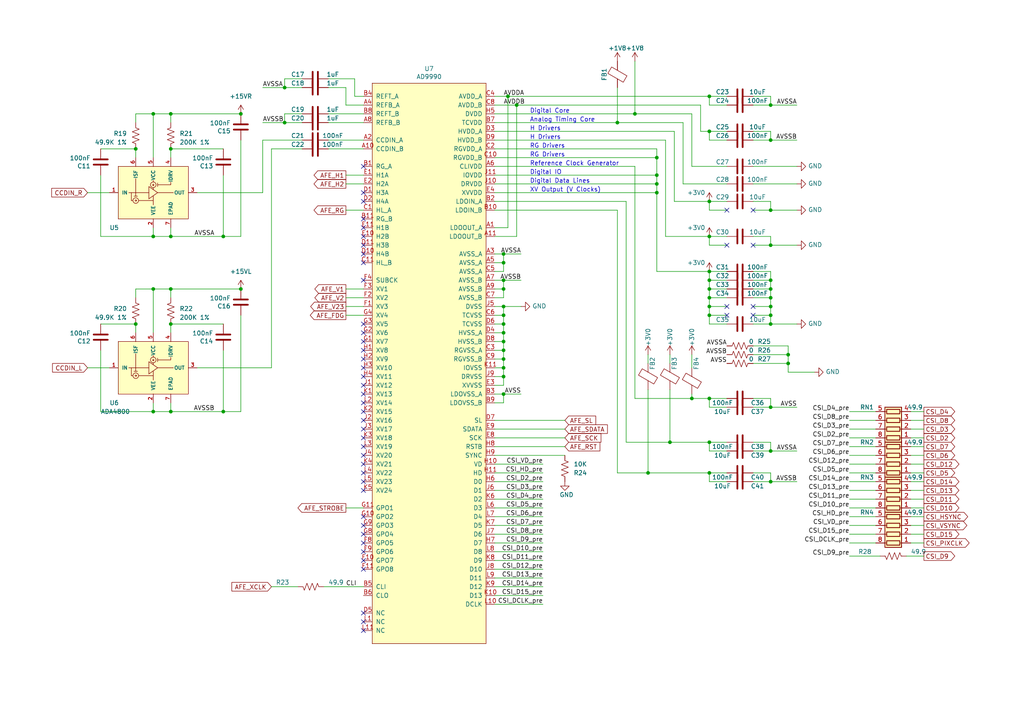
<source format=kicad_sch>
(kicad_sch (version 20231120) (generator "eeschema") (generator_version "8.0")
  (paper "A4")
  (title_block (title "Sitina 1 Mainboard") (date "2023-03-16") (rev "R0.6") (company "Copyright 2023 Wenting Zhang") (comment 2 "MERCHANTABILITY, SATISFACTORY QUALITY AND FITNESS FOR A PARTICULAR PURPOSE.") (comment 3 "This source is distributed WITHOUT ANY EXPRESS OR IMPLIED WARRANTY, INCLUDING OF") (comment 4 "This source describes Open Hardware and is licensed under the CERN-OHL-P v2."))
  (junction (at 146.05 101.6) (diameter 0.9144))
  (junction (at 82.55 35.56))
  (junction (at 82.55 25.4))
  (junction (at 49.53 119.38))
  (junction (at 44.45 119.38))
  (junction (at 223.52 40.64))
  (junction (at 223.52 93.98))
  (junction (at 146.05 81.28))
  (junction (at 223.52 86.36))
  (junction (at 205.74 78.74) (diameter 0.9144))
  (junction (at 205.74 81.28))
  (junction (at 146.05 109.22) (diameter 0.9144))
  (junction (at 39.37 43.18))
  (junction (at 205.74 91.44))
  (junction (at 223.52 91.44))
  (junction (at 223.52 139.7))
  (junction (at 146.05 106.68) (diameter 0.9144))
  (junction (at 179.07 35.56))
  (junction (at 146.05 83.82) (diameter 0.9144))
  (junction (at 205.74 128.27))
  (junction (at 228.6 102.87))
  (junction (at 64.77 119.38))
  (junction (at 223.52 118.11))
  (junction (at 205.74 83.82))
  (junction (at 49.53 68.58))
  (junction (at 205.74 115.57))
  (junction (at 44.45 33.02) (diameter 0.9144))
  (junction (at 223.52 71.12))
  (junction (at 190.5 45.72))
  (junction (at 146.05 73.66))
  (junction (at 39.37 93.98))
  (junction (at 205.74 38.1) (diameter 0.9144))
  (junction (at 146.05 99.06) (diameter 0.9144))
  (junction (at 146.05 93.98) (diameter 0.9144))
  (junction (at 184.15 33.02))
  (junction (at 223.52 130.81))
  (junction (at 190.5 53.34))
  (junction (at 205.74 86.36))
  (junction (at 149.86 30.48))
  (junction (at 190.5 55.88))
  (junction (at 146.05 88.9))
  (junction (at 228.6 105.41))
  (junction (at 187.96 137.16))
  (junction (at 69.85 33.02))
  (junction (at 190.5 50.8))
  (junction (at 146.05 114.3))
  (junction (at 200.66 115.57))
  (junction (at 205.74 68.58) (diameter 0.9144))
  (junction (at 69.85 83.82))
  (junction (at 146.05 96.52) (diameter 0.9144))
  (junction (at 49.53 93.98))
  (junction (at 49.53 43.18))
  (junction (at 64.77 68.58))
  (junction (at 205.74 88.9))
  (junction (at 146.05 91.44) (diameter 0.9144))
  (junction (at 49.53 33.02) (diameter 0.9144))
  (junction (at 205.74 137.16))
  (junction (at 147.32 27.94))
  (junction (at 44.45 83.82) (diameter 0.9144))
  (junction (at 223.52 88.9))
  (junction (at 146.05 104.14) (diameter 0.9144))
  (junction (at 205.74 27.94) (diameter 0.9144))
  (junction (at 194.31 128.27))
  (junction (at 146.05 76.2) (diameter 0.9144))
  (junction (at 223.52 30.48))
  (junction (at 44.45 68.58))
  (junction (at 223.52 83.82))
  (junction (at 223.52 81.28))
  (junction (at 223.52 60.96))
  (junction (at 49.53 83.82) (diameter 0.9144))
  (junction (at 205.74 58.42) (diameter 0.9144))
  (no_connect (at 105.41 121.92))
  (no_connect (at 105.41 160.02))
  (no_connect (at 105.41 119.38))
  (no_connect (at 105.41 132.08))
  (no_connect (at 105.41 73.66))
  (no_connect (at 105.41 142.24))
  (no_connect (at 105.41 137.16))
  (no_connect (at 105.41 154.94))
  (no_connect (at 105.41 106.68))
  (no_connect (at 105.41 96.52))
  (no_connect (at 218.44 60.96))
  (no_connect (at 105.41 55.88))
  (no_connect (at 105.41 149.86))
  (no_connect (at 105.41 152.4))
  (no_connect (at 105.41 114.3))
  (no_connect (at 105.41 93.98))
  (no_connect (at 105.41 58.42))
  (no_connect (at 105.41 127))
  (no_connect (at 105.41 139.7))
  (no_connect (at 210.82 60.96))
  (no_connect (at 105.41 109.22))
  (no_connect (at 105.41 165.1))
  (no_connect (at 218.44 88.9))
  (no_connect (at 105.41 129.54))
  (no_connect (at 105.41 182.88))
  (no_connect (at 218.44 71.12))
  (no_connect (at 105.41 104.14))
  (no_connect (at 105.41 99.06))
  (no_connect (at 105.41 134.62))
  (no_connect (at 105.41 157.48))
  (no_connect (at 105.41 63.5))
  (no_connect (at 105.41 66.04))
  (no_connect (at 105.41 68.58))
  (no_connect (at 105.41 76.2))
  (no_connect (at 105.41 48.26))
  (no_connect (at 105.41 81.28))
  (no_connect (at 105.41 101.6))
  (no_connect (at 105.41 177.8))
  (no_connect (at 105.41 180.34))
  (no_connect (at 210.82 71.12))
  (no_connect (at 105.41 111.76))
  (no_connect (at 105.41 124.46))
  (no_connect (at 105.41 116.84))
  (no_connect (at 210.82 91.44))
  (no_connect (at 105.41 71.12))
  (no_connect (at 105.41 162.56))
  (no_connect (at 218.44 91.44))
  (no_connect (at 210.82 88.9))
  (wire (pts (xy 44.45 68.58) (xy 29.21 68.58)))
  (wire (pts (xy 87.63 25.4) (xy 82.55 25.4)))
  (wire (pts (xy 146.05 104.14) (xy 146.05 106.68)))
  (wire (pts (xy 205.74 40.64) (xy 210.82 40.64)))
  (wire (pts (xy 146.05 73.66) (xy 143.51 73.66)))
  (wire (pts (xy 143.51 35.56) (xy 179.07 35.56)))
  (wire (pts (xy 146.05 88.9) (xy 151.13 88.9)))
  (wire (pts (xy 218.44 71.12) (xy 223.52 71.12)))
  (wire (pts (xy 147.32 27.94) (xy 147.32 66.04)))
  (wire (pts (xy 95.25 22.86) (xy 102.87 22.86)))
  (wire (pts (xy 143.51 167.64) (xy 157.48 167.64)))
  (wire (pts (xy 39.37 43.18) (xy 39.37 45.72)))
  (wire (pts (xy 146.05 99.06) (xy 146.05 101.6)))
  (wire (pts (xy 100.33 88.9) (xy 105.41 88.9)))
  (wire (pts (xy 205.74 115.57) (xy 205.74 118.11)))
  (wire (pts (xy 264.16 152.4) (xy 267.97 152.4)))
  (wire (pts (xy 49.53 86.36) (xy 49.53 83.82)))
  (wire (pts (xy 223.52 38.1) (xy 223.52 40.64)))
  (wire (pts (xy 143.51 165.1) (xy 157.48 165.1)))
  (wire (pts (xy 190.5 43.18) (xy 190.5 45.72)))
  (wire (pts (xy 146.05 78.74) (xy 146.05 76.2)))
  (wire (pts (xy 44.45 33.02) (xy 49.53 33.02)))
  (wire (pts (xy 147.32 27.94) (xy 143.51 27.94)))
  (wire (pts (xy 143.51 43.18) (xy 190.5 43.18)))
  (wire (pts (xy 49.53 35.56) (xy 49.53 33.02)))
  (wire (pts (xy 39.37 35.56) (xy 39.37 33.02)))
  (wire (pts (xy 143.51 114.3) (xy 146.05 114.3)))
  (wire (pts (xy 246.38 119.38) (xy 254 119.38)))
  (wire (pts (xy 193.04 68.58) (xy 193.04 40.64)))
  (wire (pts (xy 29.21 119.38) (xy 44.45 119.38)))
  (wire (pts (xy 143.51 30.48) (xy 149.86 30.48)))
  (wire (pts (xy 223.52 86.36) (xy 223.52 88.9)))
  (wire (pts (xy 146.05 93.98) (xy 146.05 91.44)))
  (wire (pts (xy 76.2 55.88) (xy 57.15 55.88)))
  (wire (pts (xy 190.5 53.34) (xy 190.5 55.88)))
  (wire (pts (xy 143.51 86.36) (xy 146.05 86.36)))
  (wire (pts (xy 223.52 81.28) (xy 223.52 83.82)))
  (wire (pts (xy 228.6 107.95) (xy 228.6 105.41)))
  (wire (pts (xy 181.61 128.27) (xy 194.31 128.27)))
  (wire (pts (xy 87.63 40.64) (xy 76.2 40.64)))
  (wire (pts (xy 143.51 58.42) (xy 181.61 58.42)))
  (wire (pts (xy 78.74 106.68) (xy 57.15 106.68)))
  (wire (pts (xy 223.52 137.16) (xy 218.44 137.16)))
  (wire (pts (xy 143.51 149.86) (xy 157.48 149.86)))
  (wire (pts (xy 223.52 78.74) (xy 223.52 81.28)))
  (wire (pts (xy 194.31 102.87) (xy 194.31 105.41)))
  (wire (pts (xy 187.96 137.16) (xy 205.74 137.16)))
  (wire (pts (xy 64.77 50.8) (xy 64.77 68.58)))
  (wire (pts (xy 82.55 33.02) (xy 87.63 33.02)))
  (wire (pts (xy 146.05 106.68) (xy 146.05 109.22)))
  (wire (pts (xy 146.05 96.52) (xy 146.05 93.98)))
  (wire (pts (xy 39.37 33.02) (xy 44.45 33.02)))
  (wire (pts (xy 246.38 154.94) (xy 254 154.94)))
  (wire (pts (xy 264.16 137.16) (xy 267.97 137.16)))
  (wire (pts (xy 143.51 154.94) (xy 157.48 154.94)))
  (wire (pts (xy 143.51 81.28) (xy 146.05 81.28)))
  (wire (pts (xy 143.51 68.58) (xy 149.86 68.58)))
  (wire (pts (xy 246.38 137.16) (xy 254 137.16)))
  (wire (pts (xy 205.74 78.74) (xy 205.74 81.28)))
  (wire (pts (xy 163.83 132.08) (xy 143.51 132.08)))
  (wire (pts (xy 184.15 33.02) (xy 143.51 33.02)))
  (wire (pts (xy 228.6 107.95) (xy 236.22 107.95)))
  (wire (pts (xy 49.53 116.84) (xy 49.53 119.38)))
  (wire (pts (xy 205.74 78.74) (xy 210.82 78.74)))
  (wire (pts (xy 223.52 30.48) (xy 231.14 30.48)))
  (wire (pts (xy 205.74 86.36) (xy 205.74 88.9)))
  (wire (pts (xy 200.66 48.26) (xy 210.82 48.26)))
  (wire (pts (xy 246.38 152.4) (xy 254 152.4)))
  (wire (pts (xy 146.05 114.3) (xy 151.13 114.3)))
  (wire (pts (xy 179.07 35.56) (xy 198.12 35.56)))
  (wire (pts (xy 143.51 116.84) (xy 146.05 116.84)))
  (wire (pts (xy 95.25 43.18) (xy 105.41 43.18)))
  (wire (pts (xy 218.44 53.34) (xy 231.14 53.34)))
  (wire (pts (xy 146.05 78.74) (xy 143.51 78.74)))
  (wire (pts (xy 218.44 81.28) (xy 223.52 81.28)))
  (wire (pts (xy 187.96 113.03) (xy 187.96 137.16)))
  (wire (pts (xy 223.52 91.44) (xy 223.52 93.98)))
  (wire (pts (xy 205.74 83.82) (xy 210.82 83.82)))
  (wire (pts (xy 143.51 55.88) (xy 190.5 55.88)))
  (wire (pts (xy 105.41 30.48) (xy 100.33 30.48)))
  (wire (pts (xy 223.52 128.27) (xy 218.44 128.27)))
  (wire (pts (xy 205.74 86.36) (xy 210.82 86.36)))
  (wire (pts (xy 195.58 38.1) (xy 195.58 58.42)))
  (wire (pts (xy 246.38 124.46) (xy 254 124.46)))
  (wire (pts (xy 205.74 71.12) (xy 205.74 68.58)))
  (wire (pts (xy 143.51 48.26) (xy 184.15 48.26)))
  (wire (pts (xy 179.07 25.4) (xy 179.07 35.56)))
  (wire (pts (xy 143.51 45.72) (xy 190.5 45.72)))
  (wire (pts (xy 205.74 88.9) (xy 210.82 88.9)))
  (wire (pts (xy 87.63 35.56) (xy 82.55 35.56)))
  (wire (pts (xy 179.07 137.16) (xy 179.07 60.96)))
  (wire (pts (xy 143.51 66.04) (xy 147.32 66.04)))
  (wire (pts (xy 218.44 40.64) (xy 223.52 40.64)))
  (wire (pts (xy 218.44 102.87) (xy 228.6 102.87)))
  (wire (pts (xy 100.33 25.4) (xy 95.25 25.4)))
  (wire (pts (xy 246.38 132.08) (xy 254 132.08)))
  (wire (pts (xy 163.83 124.46) (xy 143.51 124.46)))
  (wire (pts (xy 223.52 118.11) (xy 231.14 118.11)))
  (wire (pts (xy 205.74 27.94) (xy 210.82 27.94)))
  (wire (pts (xy 143.51 109.22) (xy 146.05 109.22)))
  (wire (pts (xy 205.74 91.44) (xy 205.74 93.98)))
  (wire (pts (xy 218.44 86.36) (xy 223.52 86.36)))
  (wire (pts (xy 146.05 96.52) (xy 143.51 96.52)))
  (wire (pts (xy 49.53 119.38) (xy 64.77 119.38)))
  (wire (pts (xy 78.74 43.18) (xy 78.74 106.68)))
  (wire (pts (xy 143.51 144.78) (xy 157.48 144.78)))
  (wire (pts (xy 223.52 83.82) (xy 223.52 86.36)))
  (wire (pts (xy 82.55 22.86) (xy 82.55 25.4)))
  (wire (pts (xy 205.74 83.82) (xy 205.74 86.36)))
  (wire (pts (xy 44.45 116.84) (xy 44.45 119.38)))
  (wire (pts (xy 146.05 96.52) (xy 146.05 99.06)))
  (wire (pts (xy 223.52 139.7) (xy 231.14 139.7)))
  (wire (pts (xy 143.51 50.8) (xy 190.5 50.8)))
  (wire (pts (xy 39.37 86.36) (xy 39.37 83.82)))
  (wire (pts (xy 223.52 40.64) (xy 231.14 40.64)))
  (wire (pts (xy 95.25 33.02) (xy 105.41 33.02)))
  (wire (pts (xy 228.6 105.41) (xy 218.44 105.41)))
  (wire (pts (xy 200.66 33.02) (xy 200.66 48.26)))
  (wire (pts (xy 205.74 38.1) (xy 210.82 38.1)))
  (wire (pts (xy 146.05 86.36) (xy 146.05 83.82)))
  (wire (pts (xy 64.77 43.18) (xy 49.53 43.18)))
  (wire (pts (xy 76.2 40.64) (xy 76.2 55.88)))
  (wire (pts (xy 246.38 149.86) (xy 254 149.86)))
  (wire (pts (xy 143.51 147.32) (xy 157.48 147.32)))
  (wire (pts (xy 143.51 170.18) (xy 157.48 170.18)))
  (wire (pts (xy 146.05 73.66) (xy 151.13 73.66)))
  (wire (pts (xy 198.12 53.34) (xy 210.82 53.34)))
  (wire (pts (xy 200.66 33.02) (xy 184.15 33.02)))
  (wire (pts (xy 264.16 132.08) (xy 267.97 132.08)))
  (wire (pts (xy 44.45 66.04) (xy 44.45 68.58)))
  (wire (pts (xy 218.44 38.1) (xy 223.52 38.1)))
  (wire (pts (xy 190.5 55.88) (xy 190.5 78.74)))
  (wire (pts (xy 264.16 119.38) (xy 267.97 119.38)))
  (wire (pts (xy 218.44 78.74) (xy 223.52 78.74)))
  (wire (pts (xy 29.21 93.98) (xy 39.37 93.98)))
  (wire (pts (xy 69.85 91.44) (xy 69.85 119.38)))
  (wire (pts (xy 218.44 83.82) (xy 223.52 83.82)))
  (wire (pts (xy 223.52 130.81) (xy 223.52 128.27)))
  (wire (pts (xy 205.74 91.44) (xy 210.82 91.44)))
  (wire (pts (xy 143.51 134.62) (xy 157.48 134.62)))
  (wire (pts (xy 264.16 121.92) (xy 267.97 121.92)))
  (wire (pts (xy 44.45 96.52) (xy 44.45 83.82)))
  (wire (pts (xy 218.44 139.7) (xy 223.52 139.7)))
  (wire (pts (xy 143.51 157.48) (xy 157.48 157.48)))
  (wire (pts (xy 49.53 66.04) (xy 49.53 68.58)))
  (wire (pts (xy 100.33 86.36) (xy 105.41 86.36)))
  (wire (pts (xy 146.05 91.44) (xy 146.05 88.9)))
  (wire (pts (xy 223.52 71.12) (xy 231.14 71.12)))
  (wire (pts (xy 246.38 127) (xy 254 127)))
  (wire (pts (xy 39.37 93.98) (xy 39.37 96.52)))
  (wire (pts (xy 146.05 91.44) (xy 143.51 91.44)))
  (wire (pts (xy 246.38 134.62) (xy 254 134.62)))
  (wire (pts (xy 218.44 88.9) (xy 223.52 88.9)))
  (wire (pts (xy 149.86 68.58) (xy 149.86 30.48)))
  (wire (pts (xy 187.96 137.16) (xy 179.07 137.16)))
  (wire (pts (xy 264.16 129.54) (xy 267.97 129.54)))
  (wire (pts (xy 205.74 68.58) (xy 210.82 68.58)))
  (wire (pts (xy 190.5 78.74) (xy 205.74 78.74)))
  (wire (pts (xy 181.61 58.42) (xy 181.61 128.27)))
  (wire (pts (xy 246.38 157.48) (xy 254 157.48)))
  (wire (pts (xy 184.15 17.78) (xy 184.15 33.02)))
  (wire (pts (xy 143.51 104.14) (xy 146.05 104.14)))
  (wire (pts (xy 29.21 68.58) (xy 29.21 50.8)))
  (wire (pts (xy 205.74 137.16) (xy 210.82 137.16)))
  (wire (pts (xy 100.33 53.34) (xy 105.41 53.34)))
  (wire (pts (xy 223.52 60.96) (xy 231.14 60.96)))
  (wire (pts (xy 187.96 102.87) (xy 187.96 105.41)))
  (wire (pts (xy 205.74 68.58) (xy 193.04 68.58)))
  (wire (pts (xy 143.51 88.9) (xy 146.05 88.9)))
  (wire (pts (xy 39.37 83.82) (xy 44.45 83.82)))
  (wire (pts (xy 203.2 38.1) (xy 205.74 38.1)))
  (wire (pts (xy 146.05 106.68) (xy 143.51 106.68)))
  (wire (pts (xy 205.74 58.42) (xy 210.82 58.42)))
  (wire (pts (xy 205.74 88.9) (xy 205.74 91.44)))
  (wire (pts (xy 223.52 139.7) (xy 223.52 137.16)))
  (wire (pts (xy 29.21 43.18) (xy 39.37 43.18)))
  (wire (pts (xy 246.38 121.92) (xy 254 121.92)))
  (wire (pts (xy 190.5 50.8) (xy 190.5 53.34)))
  (wire (pts (xy 146.05 101.6) (xy 143.51 101.6)))
  (wire (pts (xy 223.52 58.42) (xy 223.52 60.96)))
  (wire (pts (xy 246.38 161.29) (xy 255.27 161.29)))
  (wire (pts (xy 210.82 139.7) (xy 205.74 139.7)))
  (wire (pts (xy 194.31 113.03) (xy 194.31 128.27)))
  (wire (pts (xy 218.44 93.98) (xy 223.52 93.98)))
  (wire (pts (xy 223.52 93.98) (xy 231.14 93.98)))
  (wire (pts (xy 190.5 45.72) (xy 190.5 50.8)))
  (wire (pts (xy 44.45 83.82) (xy 49.53 83.82)))
  (wire (pts (xy 76.2 35.56) (xy 82.55 35.56)))
  (wire (pts (xy 147.32 27.94) (xy 205.74 27.94)))
  (wire (pts (xy 95.25 40.64) (xy 105.41 40.64)))
  (wire (pts (xy 223.52 115.57) (xy 218.44 115.57)))
  (wire (pts (xy 49.53 33.02) (xy 69.85 33.02)))
  (wire (pts (xy 143.51 99.06) (xy 146.05 99.06)))
  (wire (pts (xy 184.15 115.57) (xy 200.66 115.57)))
  (wire (pts (xy 146.05 111.76) (xy 143.51 111.76)))
  (wire (pts (xy 210.82 60.96) (xy 205.74 60.96)))
  (wire (pts (xy 223.52 27.94) (xy 223.52 30.48)))
  (wire (pts (xy 25.4 106.68) (xy 31.75 106.68)))
  (wire (pts (xy 205.74 128.27) (xy 210.82 128.27)))
  (wire (pts (xy 146.05 81.28) (xy 151.13 81.28)))
  (wire (pts (xy 193.04 40.64) (xy 143.51 40.64)))
  (wire (pts (xy 146.05 83.82) (xy 143.51 83.82)))
  (wire (pts (xy 205.74 60.96) (xy 205.74 58.42)))
  (wire (pts (xy 44.45 119.38) (xy 49.53 119.38)))
  (wire (pts (xy 78.74 170.18) (xy 86.36 170.18)))
  (wire (pts (xy 264.16 139.7) (xy 267.97 139.7)))
  (wire (pts (xy 246.38 129.54) (xy 254 129.54)))
  (wire (pts (xy 218.44 30.48) (xy 223.52 30.48)))
  (wire (pts (xy 163.83 129.54) (xy 143.51 129.54)))
  (wire (pts (xy 264.16 127) (xy 267.97 127)))
  (wire (pts (xy 205.74 137.16) (xy 205.74 139.7)))
  (wire (pts (xy 143.51 60.96) (xy 179.07 60.96)))
  (wire (pts (xy 218.44 130.81) (xy 223.52 130.81)))
  (wire (pts (xy 228.6 100.33) (xy 228.6 102.87)))
  (wire (pts (xy 223.52 130.81) (xy 231.14 130.81)))
  (wire (pts (xy 29.21 119.38) (xy 29.21 101.6)))
  (wire (pts (xy 210.82 93.98) (xy 205.74 93.98)))
  (wire (pts (xy 200.66 102.87) (xy 200.66 106.68)))
  (wire (pts (xy 143.51 139.7) (xy 157.48 139.7)))
  (wire (pts (xy 100.33 50.8) (xy 105.41 50.8)))
  (wire (pts (xy 262.89 161.29) (xy 267.97 161.29)))
  (wire (pts (xy 264.16 144.78) (xy 267.97 144.78)))
  (wire (pts (xy 25.4 55.88) (xy 31.75 55.88)))
  (wire (pts (xy 64.77 68.58) (xy 49.53 68.58)))
  (wire (pts (xy 143.51 142.24) (xy 157.48 142.24)))
  (wire (pts (xy 184.15 48.26) (xy 184.15 115.57)))
  (wire (pts (xy 264.16 149.86) (xy 267.97 149.86)))
  (wire (pts (xy 205.74 38.1) (xy 205.74 40.64)))
  (wire (pts (xy 149.86 30.48) (xy 203.2 30.48)))
  (wire (pts (xy 205.74 81.28) (xy 205.74 83.82)))
  (wire (pts (xy 143.51 137.16) (xy 157.48 137.16)))
  (wire (pts (xy 44.45 45.72) (xy 44.45 33.02)))
  (wire (pts (xy 210.82 81.28) (xy 205.74 81.28)))
  (wire (pts (xy 87.63 43.18) (xy 78.74 43.18)))
  (wire (pts (xy 146.05 109.22) (xy 146.05 111.76)))
  (wire (pts (xy 93.98 170.18) (xy 105.41 170.18)))
  (wire (pts (xy 218.44 58.42) (xy 223.52 58.42)))
  (wire (pts (xy 205.74 115.57) (xy 210.82 115.57)))
  (wire (pts (xy 228.6 102.87) (xy 228.6 105.41)))
  (wire (pts (xy 218.44 118.11) (xy 223.52 118.11)))
  (wire (pts (xy 218.44 68.58) (xy 223.52 68.58)))
  (wire (pts (xy 203.2 30.48) (xy 203.2 38.1)))
  (wire (pts (xy 195.58 58.42) (xy 205.74 58.42)))
  (wire (pts (xy 49.53 93.98) (xy 49.53 96.52)))
  (wire (pts (xy 218.44 48.26) (xy 231.14 48.26)))
  (wire (pts (xy 143.51 93.98) (xy 146.05 93.98)))
  (wire (pts (xy 100.33 83.82) (xy 105.41 83.82)))
  (wire (pts (xy 143.51 53.34) (xy 190.5 53.34)))
  (wire (pts (xy 218.44 91.44) (xy 223.52 91.44)))
  (wire (pts (xy 69.85 68.58) (xy 64.77 68.58)))
  (wire (pts (xy 246.38 142.24) (xy 254 142.24)))
  (wire (pts (xy 264.16 157.48) (xy 267.97 157.48)))
  (wire (pts (xy 76.2 25.4) (xy 82.55 25.4)))
  (wire (pts (xy 146.05 83.82) (xy 146.05 81.28)))
  (wire (pts (xy 146.05 76.2) (xy 146.05 73.66)))
  (wire (pts (xy 82.55 33.02) (xy 82.55 35.56)))
  (wire (pts (xy 223.52 88.9) (xy 223.52 91.44)))
  (wire (pts (xy 69.85 40.64) (xy 69.85 68.58)))
  (wire (pts (xy 210.82 130.81) (xy 205.74 130.81)))
  (wire (pts (xy 95.25 35.56) (xy 105.41 35.56)))
  (wire (pts (xy 143.51 160.02) (xy 157.48 160.02)))
  (wire (pts (xy 218.44 60.96) (xy 223.52 60.96)))
  (wire (pts (xy 143.51 175.26) (xy 157.48 175.26)))
  (wire (pts (xy 87.63 22.86) (xy 82.55 22.86)))
  (wire (pts (xy 49.53 43.18) (xy 49.53 45.72)))
  (wire (pts (xy 264.16 124.46) (xy 267.97 124.46)))
  (wire (pts (xy 264.16 142.24) (xy 267.97 142.24)))
  (wire (pts (xy 218.44 27.94) (xy 223.52 27.94)))
  (wire (pts (xy 100.33 91.44) (xy 105.41 91.44)))
  (wire (pts (xy 143.51 38.1) (xy 195.58 38.1)))
  (wire (pts (xy 194.31 128.27) (xy 205.74 128.27)))
  (wire (pts (xy 143.51 152.4) (xy 157.48 152.4)))
  (wire (pts (xy 205.74 30.48) (xy 205.74 27.94)))
  (wire (pts (xy 143.51 172.72) (xy 157.48 172.72)))
  (wire (pts (xy 210.82 118.11) (xy 205.74 118.11)))
  (wire (pts (xy 105.41 27.94) (xy 102.87 27.94)))
  (wire (pts (xy 143.51 162.56) (xy 157.48 162.56)))
  (wire (pts (xy 64.77 101.6) (xy 64.77 119.38)))
  (wire (pts (xy 100.33 60.96) (xy 105.41 60.96)))
  (wire (pts (xy 223.52 118.11) (xy 223.52 115.57)))
  (wire (pts (xy 210.82 71.12) (xy 205.74 71.12)))
  (wire (pts (xy 264.16 134.62) (xy 267.97 134.62)))
  (wire (pts (xy 146.05 101.6) (xy 146.05 104.14)))
  (wire (pts (xy 102.87 27.94) (xy 102.87 22.86)))
  (wire (pts (xy 143.51 76.2) (xy 146.05 76.2)))
  (wire (pts (xy 264.16 147.32) (xy 267.97 147.32)))
  (wire (pts (xy 49.53 68.58) (xy 44.45 68.58)))
  (wire (pts (xy 210.82 30.48) (xy 205.74 30.48)))
  (wire (pts (xy 246.38 144.78) (xy 254 144.78)))
  (wire (pts (xy 69.85 119.38) (xy 64.77 119.38)))
  (wire (pts (xy 198.12 53.34) (xy 198.12 35.56)))
  (wire (pts (xy 49.53 83.82) (xy 69.85 83.82)))
  (wire (pts (xy 100.33 147.32) (xy 105.41 147.32)))
  (wire (pts (xy 246.38 139.7) (xy 254 139.7)))
  (wire (pts (xy 146.05 114.3) (xy 146.05 116.84)))
  (wire (pts (xy 200.66 114.3) (xy 200.66 115.57)))
  (wire (pts (xy 205.74 128.27) (xy 205.74 130.81)))
  (wire (pts (xy 264.16 154.94) (xy 267.97 154.94)))
  (wire (pts (xy 223.52 68.58) (xy 223.52 71.12)))
  (wire (pts (xy 218.44 100.33) (xy 228.6 100.33)))
  (wire (pts (xy 100.33 30.48) (xy 100.33 25.4)))
  (wire (pts (xy 163.83 121.92) (xy 143.51 121.92)))
  (wire (pts (xy 246.38 147.32) (xy 254 147.32)))
  (wire (pts (xy 163.83 127) (xy 143.51 127)))
  (wire (pts (xy 64.77 93.98) (xy 49.53 93.98)))
  (wire (pts (xy 200.66 115.57) (xy 205.74 115.57)))
  (text "RG Drivers" (at 153.67 43.18 0) (effects (font (size 1.27 1.27)) (justify left bottom)))
  (text "Digital Data Lines" (at 153.67 53.34 0) (effects (font (size 1.27 1.27)) (justify left bottom)))
  (text "Digital Core" (at 153.67 33.02 0) (effects (font (size 1.27 1.27)) (justify left bottom)))
  (text "Digital IO" (at 153.67 50.8 0) (effects (font (size 1.27 1.27)) (justify left bottom)))
  (text "Reference Clock Generator" (at 153.67 48.26 0) (effects (font (size 1.27 1.27)) (justify left bottom)))
  (text "H Drivers" (at 153.67 38.1 0) (effects (font (size 1.27 1.27)) (justify left bottom)))
  (text "H Drivers" (at 153.67 40.64 0) (effects (font (size 1.27 1.27)) (justify left bottom)))
  (text "RG Drivers" (at 153.67 45.72 0) (effects (font (size 1.27 1.27)) (justify left bottom)))
  (text "Analog Timing Core" (at 153.67 35.56 0) (effects (font (size 1.27 1.27)) (justify left bottom)))
  (text "XV Output (V Clocks)" (at 153.67 55.88 0) (effects (font (size 1.27 1.27)) (justify left bottom)))
  (label "CSI_D15_pre" (at 157.48 172.72 180))
  (label "AVSSB" (at 76.2 35.56 0))
  (label "CSI_D4_pre" (at 157.48 144.78 180))
  (label "CSI_D5_pre" (at 157.48 147.32 180))
  (label "AVDDA" (at 146.05 27.94 0))
  (label "CSI_D6_pre" (at 246.38 132.08 180))
  (label "CLI" (at 100.33 170.18 0))
  (label "AVSSA" (at 76.2 25.4 0))
  (label "CSI_D11_pre" (at 246.38 144.78 180))
  (label "CSI_D13_pre" (at 157.48 167.64 180))
  (label "CSI_D6_pre" (at 157.48 149.86 180))
  (label "CSI_D8_pre" (at 246.38 121.92 180))
  (label "CSI_D14_pre" (at 157.48 170.18 180))
  (label "CSI_D14_pre" (at 246.38 139.7 180))
  (label "CSI_D3_pre" (at 157.48 142.24 180))
  (label "AVSSB" (at 210.82 102.87 180))
  (label "AVSS" (at 231.14 118.11 180))
  (label "CSI_D2_pre" (at 246.38 127 180))
  (label "CSI_D10_pre" (at 157.48 160.02 180))
  (label "CSI_DCLK_pre" (at 246.38 157.48 180))
  (label "AVSSB" (at 151.13 81.28 180))
  (label "CSI_D9_pre" (at 157.48 157.48 180))
  (label "AVSSA" (at 151.13 73.66 180))
  (label "CSI_D5_pre" (at 246.38 137.16 180))
  (label "AVSSA" (at 231.14 130.81 180))
  (label "AVDDB" (at 146.05 30.48 0))
  (label "CSI_HD_pre" (at 157.48 137.16 180))
  (label "AVSSB" (at 231.14 139.7 180))
  (label "CSI_HD_pre" (at 246.38 149.86 180))
  (label "AVSSA" (at 210.82 100.33 180))
  (label "AVSSB" (at 231.14 40.64 180))
  (label "AVSSA" (at 62.23 68.58 180))
  (label "AVSS" (at 210.82 105.41 180))
  (label "AVSSB" (at 62.23 119.38 180))
  (label "CSI_VD_pre" (at 246.38 152.4 180))
  (label "CSI_D13_pre" (at 246.38 142.24 180))
  (label "CSI_D2_pre" (at 157.48 139.7 180))
  (label "CSI_D3_pre" (at 246.38 124.46 180))
  (label "CSI_D11_pre" (at 157.48 162.56 180))
  (label "AVSS" (at 151.13 114.3 180))
  (label "CSI_D7_pre" (at 157.48 152.4 180))
  (label "CSI_D8_pre" (at 157.48 154.94 180))
  (label "CSI_D9_pre" (at 246.38 161.29 180))
  (label "CSI_D12_pre" (at 157.48 165.1 180))
  (label "CSI_DCLK_pre" (at 157.48 175.26 180))
  (label "CSI_VD_pre" (at 157.48 134.62 180))
  (label "CSI_D10_pre" (at 246.38 147.32 180))
  (label "AVSSA" (at 231.14 30.48 180))
  (label "CSI_D12_pre" (at 246.38 134.62 180))
  (label "CSI_D15_pre" (at 246.38 154.94 180))
  (label "CSI_D4_pre" (at 246.38 119.38 180))
  (label "CSI_D7_pre" (at 246.38 129.54 180))
  (global_label "AFE_V1" (shape output) (at 100.33 83.82 180) (property "Intersheetrefs" "${INTERSHEET_REFS}" (effects (hide yes))))
  (global_label "AFE_RST" (shape input) (at 163.83 129.54 0) (property "Intersheetrefs" "${INTERSHEET_REFS}" (effects (hide yes))))
  (global_label "CSI_D9" (shape output) (at 267.97 161.29 0) (property "Intersheetrefs" "${INTERSHEET_REFS}" (effects (hide yes))))
  (global_label "CSI_D4" (shape output) (at 267.97 119.38 0) (property "Intersheetrefs" "${INTERSHEET_REFS}" (effects (hide yes))))
  (global_label "AFE_SL" (shape input) (at 163.83 121.92 0) (property "Intersheetrefs" "${INTERSHEET_REFS}" (effects (hide yes))))
  (global_label "AFE_SDATA" (shape input) (at 163.83 124.46 0) (property "Intersheetrefs" "${INTERSHEET_REFS}" (effects (hide yes))))
  (global_label "CSI_PIXCLK" (shape output) (at 267.97 157.48 0) (property "Intersheetrefs" "${INTERSHEET_REFS}" (effects (hide yes))))
  (global_label "AFE_V2" (shape output) (at 100.33 86.36 180) (property "Intersheetrefs" "${INTERSHEET_REFS}" (effects (hide yes))))
  (global_label "CSI_D2" (shape output) (at 267.97 127 0) (property "Intersheetrefs" "${INTERSHEET_REFS}" (effects (hide yes))))
  (global_label "CSI_D3" (shape output) (at 267.97 124.46 0) (property "Intersheetrefs" "${INTERSHEET_REFS}" (effects (hide yes))))
  (global_label "AFE_XCLK" (shape input) (at 78.74 170.18 180) (property "Intersheetrefs" "${INTERSHEET_REFS}" (effects (hide yes))))
  (global_label "AFE_FDG" (shape output) (at 100.33 91.44 180) (property "Intersheetrefs" "${INTERSHEET_REFS}" (effects (hide yes))))
  (global_label "CSI_HSYNC" (shape output) (at 267.97 149.86 0) (property "Intersheetrefs" "${INTERSHEET_REFS}" (effects (hide yes))))
  (global_label "CSI_D13" (shape output) (at 267.97 142.24 0) (property "Intersheetrefs" "${INTERSHEET_REFS}" (effects (hide yes))))
  (global_label "CSI_D15" (shape output) (at 267.97 154.94 0) (property "Intersheetrefs" "${INTERSHEET_REFS}" (effects (hide yes))))
  (global_label "CSI_D12" (shape output) (at 267.97 134.62 0) (property "Intersheetrefs" "${INTERSHEET_REFS}" (effects (hide yes))))
  (global_label "CSI_D5" (shape output) (at 267.97 137.16 0) (property "Intersheetrefs" "${INTERSHEET_REFS}" (effects (hide yes))))
  (global_label "AFE_STROBE" (shape output) (at 100.33 147.32 180) (property "Intersheetrefs" "${INTERSHEET_REFS}" (effects (hide yes))))
  (global_label "AFE_V23" (shape output) (at 100.33 88.9 180) (property "Intersheetrefs" "${INTERSHEET_REFS}" (effects (hide yes))))
  (global_label "AFE_RG" (shape output) (at 100.33 60.96 180) (property "Intersheetrefs" "${INTERSHEET_REFS}" (effects (hide yes))))
  (global_label "CSI_D6" (shape output) (at 267.97 132.08 0) (property "Intersheetrefs" "${INTERSHEET_REFS}" (effects (hide yes))))
  (global_label "CCDIN_L" (shape input) (at 25.4 106.68 180) (property "Intersheetrefs" "${INTERSHEET_REFS}" (effects (hide yes))))
  (global_label "AFE_H1" (shape output) (at 100.33 50.8 180) (property "Intersheetrefs" "${INTERSHEET_REFS}" (effects (hide yes))))
  (global_label "CSI_D7" (shape output) (at 267.97 129.54 0) (property "Intersheetrefs" "${INTERSHEET_REFS}" (effects (hide yes))))
  (global_label "AFE_H2" (shape output) (at 100.33 53.34 180) (property "Intersheetrefs" "${INTERSHEET_REFS}" (effects (hide yes))))
  (global_label "CSI_D8" (shape output) (at 267.97 121.92 0) (property "Intersheetrefs" "${INTERSHEET_REFS}" (effects (hide yes))))
  (global_label "CCDIN_R" (shape input) (at 25.4 55.88 180) (property "Intersheetrefs" "${INTERSHEET_REFS}" (effects (hide yes))))
  (global_label "CSI_D14" (shape output) (at 267.97 139.7 0) (property "Intersheetrefs" "${INTERSHEET_REFS}" (effects (hide yes))))
  (global_label "CSI_VSYNC" (shape output) (at 267.97 152.4 0) (property "Intersheetrefs" "${INTERSHEET_REFS}" (effects (hide yes))))
  (global_label "CSI_D10" (shape output) (at 267.97 147.32 0) (property "Intersheetrefs" "${INTERSHEET_REFS}" (effects (hide yes))))
  (global_label "AFE_SCK" (shape input) (at 163.83 127 0) (property "Intersheetrefs" "${INTERSHEET_REFS}" (effects (hide yes))))
  (global_label "CSI_D11" (shape output) (at 267.97 144.78 0) (property "Intersheetrefs" "${INTERSHEET_REFS}" (effects (hide yes))))
  (symbol (lib_id "Device:R_US") (at 39.37 39.37 0) (unit 1)
    (property "Reference" "R19" (at 36.83 38.735 0) (effects (justify right)))
    (property "Value" "49.9K 1%" (at 36.83 41.275 0) (effects (justify right)))
    (property "Footprint" "Resistor_SMD:R_0402_1005Metric" (effects (hide yes)))
  )
  (symbol (lib_id "Device:C") (at 214.63 27.94 270) (unit 1)
    (property "Reference" "C23" (at 209.55 26.67 90))
    (property "Value" "10uF" (at 219.71 26.67 90))
    (property "Footprint" "Capacitor_SMD:C_0603_1608Metric" (effects (hide yes)))
  )
  (symbol (lib_id "Device:C") (at 214.63 137.16 90) (unit 1)
    (property "Reference" "C40" (at 219.71 138.43 90))
    (property "Value" "100nF" (at 209.55 138.43 90))
    (property "Footprint" "Capacitor_SMD:C_0402_1005Metric" (effects (hide yes)))
  )
  (symbol (lib_id "power:GND") (at 163.83 139.7 0) (unit 1)
    (property "Reference" "#PWR047" (effects (hide yes)))
    (property "Value" "GND" (at 166.37 143.51 0) (effects (justify right)))
  )
  (symbol (lib_id "Device:C") (at 91.44 22.86 270) (unit 1)
    (property "Reference" "C17" (at 86.36 21.59 90))
    (property "Value" "1uF" (at 96.52 21.59 90))
    (property "Footprint" "Capacitor_SMD:C_0402_1005Metric" (effects (hide yes)))
  )
  (symbol (lib_id "Device:C") (at 214.63 53.34 270) (unit 1)
    (property "Reference" "C28" (at 209.55 52.07 90))
    (property "Value" "100nF" (at 219.71 52.07 90))
    (property "Footprint" "Capacitor_SMD:C_0402_1005Metric" (effects (hide yes)))
  )
  (symbol (lib_id "Device:C") (at 64.77 46.99 0) (unit 1)
    (property "Reference" "C13" (at 61.849 48.1584 0) (effects (justify right)))
    (property "Value" "100nF" (at 61.849 45.847 0) (effects (justify right)))
    (property "Footprint" "Capacitor_SMD:C_0402_1005Metric" (effects (hide yes)))
  )
  (symbol (lib_id "power:+3V0") (at 200.66 102.87 0) (unit 1)
    (property "Reference" "#PWR052" (effects (hide yes)))
    (property "Value" "+3V0" (at 200.66 97.79 90))
  )
  (symbol (lib_id "Device:FerriteBead") (at 187.96 109.22 0) (unit 1)
    (property "Reference" "FB2" (at 189.23 105.41 90))
    (property "Value" "FerriteBead" (effects (hide yes)))
    (property "Footprint" "Inductor_SMD:L_0603_1608Metric" (effects (hide yes)))
  )
  (symbol (lib_id "Device:R_Pack04") (at 259.08 132.08 90) (unit 1)
    (property "Reference" "RN2" (at 251.46 128.27 90))
    (property "Value" "49.9" (at 265.43 128.27 90))
    (property "Footprint" "Resistor_SMD:R_Array_Convex_4x0402" (effects (hide yes)))
  )
  (symbol (lib_id "Device:FerriteBead") (at 200.66 110.49 0) (unit 1)
    (property "Reference" "FB4" (at 201.93 105.41 90))
    (property "Value" "FerriteBead" (effects (hide yes)))
    (property "Footprint" "Inductor_SMD:L_0603_1608Metric" (effects (hide yes)))
  )
  (symbol (lib_id "power:GND") (at 231.14 53.34 90) (unit 1)
    (property "Reference" "#PWR057" (effects (hide yes)))
    (property "Value" "GND" (at 234.3912 53.213 90) (effects (justify right)))
  )
  (symbol (lib_id "power:+3V0") (at 187.96 102.87 0) (unit 1)
    (property "Reference" "#PWR050" (effects (hide yes)))
    (property "Value" "+3V0" (at 187.96 97.79 90))
  )
  (symbol (lib_id "Device:R_US") (at 90.17 170.18 90) (mirror x) (unit 1)
    (property "Reference" "R23" (at 80.01 168.91 90) (effects (justify right)))
    (property "Value" "49.9" (at 95.25 168.91 90) (effects (justify right)))
    (property "Footprint" "Resistor_SMD:R_0402_1005Metric" (effects (hide yes)))
  )
  (symbol (lib_id "Device:C") (at 214.63 118.11 90) (unit 1)
    (property "Reference" "C37" (at 219.71 119.38 90))
    (property "Value" "10uF" (at 209.55 119.38 90))
    (property "Footprint" "Capacitor_SMD:C_0603_1608Metric" (effects (hide yes)))
  )
  (symbol (lib_id "Device:C") (at 29.21 97.79 0) (unit 1)
    (property "Reference" "C12" (at 26.289 98.9584 0) (effects (justify right)))
    (property "Value" "100nF" (at 26.289 96.647 0) (effects (justify right)))
    (property "Footprint" "Capacitor_SMD:C_0402_1005Metric" (effects (hide yes)))
  )
  (symbol (lib_id "Device:FerriteBead") (at 194.31 109.22 0) (unit 1)
    (property "Reference" "FB3" (at 195.58 105.41 90))
    (property "Value" "FerriteBead" (effects (hide yes)))
    (property "Footprint" "Inductor_SMD:L_0603_1608Metric" (effects (hide yes)))
  )
  (symbol (lib_id "Device:R_US") (at 49.53 39.37 0) (mirror y) (unit 1)
    (property "Reference" "R21" (at 52.07 38.735 0) (effects (justify right)))
    (property "Value" "200K 1%" (at 52.07 41.275 0) (effects (justify right)))
    (property "Footprint" "Resistor_SMD:R_0402_1005Metric" (effects (hide yes)))
  )
  (symbol (lib_id "power:GND") (at 236.22 107.95 90) (unit 1)
    (property "Reference" "#PWR061" (effects (hide yes)))
    (property "Value" "GND" (at 239.4712 107.823 90) (effects (justify right)))
  )
  (symbol (lib_id "symbols:+15VR") (at 69.85 33.02 0) (unit 1)
    (property "Reference" "#PWR044" (effects (hide yes)))
    (property "Value" "+15VR" (at 69.85 27.94 0))
  )
  (symbol (lib_id "power:GND") (at 231.14 60.96 90) (unit 1)
    (property "Reference" "#PWR058" (effects (hide yes)))
    (property "Value" "GND" (at 234.3912 60.833 90) (effects (justify right)))
  )
  (symbol (lib_id "power:+3V0") (at 194.31 102.87 0) (unit 1)
    (property "Reference" "#PWR051" (effects (hide yes)))
    (property "Value" "+3V0" (at 194.31 97.79 90))
  )
  (symbol (lib_id "Sitina:AD9990") (at 123.19 63.5 0) (unit 1)
    (property "Reference" "U7" (at 124.46 19.939 0))
    (property "Value" "AD9990" (at 124.46 22.2504 0))
    (property "Footprint" "footprints:BGA-112_11x11_8.0x8.0mm" (effects (hide yes)))
  )
  (symbol (lib_id "Device:R_US") (at 214.63 105.41 90) (unit 1)
    (property "Reference" "R27" (at 219.71 104.14 90) (effects (justify right)))
    (property "Value" "0" (at 217.17 104.14 90) (effects (justify right)))
    (property "Footprint" "Resistor_SMD:R_0402_1005Metric" (effects (hide yes)))
  )
  (symbol (lib_id "Device:C") (at 214.63 58.42 270) (unit 1)
    (property "Reference" "C29" (at 209.55 57.15 90))
    (property "Value" "10uF" (at 219.71 57.15 90))
    (property "Footprint" "Capacitor_SMD:C_0603_1608Metric" (effects (hide yes)))
  )
  (symbol (lib_id "power:+3V0") (at 205.74 58.42 0) (unit 1)
    (property "Reference" "#PWR053" (effects (hide yes)))
    (property "Value" "+3V0" (at 201.93 55.88 0))
  )
  (symbol (lib_id "Device:C") (at 214.63 78.74 270) (unit 1)
    (property "Reference" "C31" (at 209.55 77.47 90))
    (property "Value" "100nF" (at 219.71 77.47 90))
    (property "Footprint" "Capacitor_SMD:C_0402_1005Metric" (effects (hide yes)))
  )
  (symbol (lib_id "Sitina:ADA4800") (at 44.45 38.1 0) (unit 1)
    (property "Reference" "U5" (at 31.75 66.04 0) (effects (justify left)))
    (property "Value" "ADA4800" (effects (hide yes)))
    (property "Footprint" "footprints:DFN-6-1EP_1.6x1.6mm_P0.5mm_EP0.5x1.05mm" (effects (hide yes)))
  )
  (symbol (lib_id "power:GND") (at 231.14 48.26 90) (unit 1)
    (property "Reference" "#PWR056" (effects (hide yes)))
    (property "Value" "GND" (at 234.3912 48.133 90) (effects (justify right)))
  )
  (symbol (lib_id "Device:C") (at 29.21 46.99 0) (unit 1)
    (property "Reference" "C11" (at 26.289 48.1584 0) (effects (justify right)))
    (property "Value" "100nF" (at 26.289 45.847 0) (effects (justify right)))
    (property "Footprint" "Capacitor_SMD:C_0402_1005Metric" (effects (hide yes)))
  )
  (symbol (lib_id "Device:FerriteBead") (at 179.07 21.59 180) (unit 1)
    (property "Reference" "FB1" (at 175.26 21.59 90))
    (property "Value" "FerriteBead" (effects (hide yes)))
    (property "Footprint" "Inductor_SMD:L_0603_1608Metric" (effects (hide yes)))
  )
  (symbol (lib_id "Device:R_US") (at 214.63 102.87 90) (unit 1)
    (property "Reference" "R26" (at 219.71 101.6 90) (effects (justify right)))
    (property "Value" "0" (at 217.17 101.6 90) (effects (justify right)))
    (property "Footprint" "Resistor_SMD:R_0402_1005Metric" (effects (hide yes)))
  )
  (symbol (lib_id "Device:R_Pack04") (at 259.08 121.92 90) (unit 1)
    (property "Reference" "RN1" (at 251.46 118.11 90))
    (property "Value" "49.9" (at 265.43 118.11 90))
    (property "Footprint" "Resistor_SMD:R_Array_Convex_4x0402" (effects (hide yes)))
  )
  (symbol (lib_id "power:GND") (at 231.14 71.12 90) (unit 1)
    (property "Reference" "#PWR059" (effects (hide yes)))
    (property "Value" "GND" (at 234.3912 70.993 90) (effects (justify right)))
  )
  (symbol (lib_id "Device:R_US") (at 39.37 90.17 0) (unit 1)
    (property "Reference" "R20" (at 36.83 89.535 0) (effects (justify right)))
    (property "Value" "49.9K 1%" (at 36.83 92.075 0) (effects (justify right)))
    (property "Footprint" "Resistor_SMD:R_0402_1005Metric" (effects (hide yes)))
  )
  (symbol (lib_id "Device:C") (at 214.63 139.7 90) (unit 1)
    (property "Reference" "C41" (at 219.71 140.97 90))
    (property "Value" "10uF" (at 209.55 140.97 90))
    (property "Footprint" "Capacitor_SMD:C_0603_1608Metric" (effects (hide yes)))
  )
  (symbol (lib_id "power:+1V8") (at 179.07 17.78 0) (unit 1)
    (property "Reference" "#PWR048" (effects (hide yes)))
    (property "Value" "+1V8" (at 179.07 13.97 0))
  )
  (symbol (lib_id "Device:R_US") (at 163.83 135.89 180) (unit 1)
    (property "Reference" "R24" (at 166.37 137.16 0) (effects (justify right)))
    (property "Value" "10K" (at 166.37 134.62 0) (effects (justify right)))
    (property "Footprint" "Resistor_SMD:R_0402_1005Metric" (effects (hide yes)))
  )
  (symbol (lib_id "power:+1V8") (at 184.15 17.78 0) (unit 1)
    (property "Reference" "#PWR049" (effects (hide yes)))
    (property "Value" "+1V8" (at 184.15 13.97 0))
  )
  (symbol (lib_id "Device:R_US") (at 214.63 100.33 90) (unit 1)
    (property "Reference" "R25" (at 219.71 99.06 90) (effects (justify right)))
    (property "Value" "0" (at 217.17 99.06 90) (effects (justify right)))
    (property "Footprint" "Resistor_SMD:R_0402_1005Metric" (effects (hide yes)))
  )
  (symbol (lib_id "power:GND") (at 231.14 93.98 90) (unit 1)
    (property "Reference" "#PWR060" (effects (hide yes)))
    (property "Value" "GND" (at 234.3912 93.853 90) (effects (justify right)))
  )
  (symbol (lib_id "Device:C") (at 214.63 81.28 270) (unit 1)
    (property "Reference" "C32" (at 209.55 80.01 90))
    (property "Value" "100nF" (at 219.71 80.01 90))
    (property "Footprint" "Capacitor_SMD:C_0402_1005Metric" (effects (hide yes)))
  )
  (symbol (lib_id "Device:C") (at 214.63 86.36 270) (unit 1)
    (property "Reference" "C34" (at 209.55 85.09 90))
    (property "Value" "100nF" (at 219.71 85.09 90))
    (property "Footprint" "Capacitor_SMD:C_0402_1005Metric" (effects (hide yes)))
  )
  (symbol (lib_id "Device:C") (at 214.63 40.64 270) (unit 1)
    (property "Reference" "C26" (at 209.55 39.37 90))
    (property "Value" "100nF" (at 219.71 39.37 90))
    (property "Footprint" "Capacitor_SMD:C_0402_1005Metric" (effects (hide yes)))
  )
  (symbol (lib_id "Device:R_Pack04") (at 259.08 152.4 90) (unit 1)
    (property "Reference" "RN4" (at 251.46 148.59 90))
    (property "Value" "49.9" (at 265.43 148.59 90))
    (property "Footprint" "Resistor_SMD:R_Array_Convex_4x0402" (effects (hide yes)))
  )
  (symbol (lib_id "Device:C") (at 91.44 33.02 270) (unit 1)
    (property "Reference" "C19" (at 86.36 31.75 90))
    (property "Value" "1uF" (at 96.52 31.75 90))
    (property "Footprint" "Capacitor_SMD:C_0402_1005Metric" (effects (hide yes)))
  )
  (symbol (lib_id "Device:C") (at 214.63 130.81 90) (unit 1)
    (property "Reference" "C39" (at 219.71 132.08 90))
    (property "Value" "10uF" (at 209.55 132.08 90))
    (property "Footprint" "Capacitor_SMD:C_0603_1608Metric" (effects (hide yes)))
  )
  (symbol (lib_id "Device:C") (at 214.63 68.58 270) (unit 1)
    (property "Reference" "C30" (at 209.55 67.31 90))
    (property "Value" "10uF" (at 219.71 67.31 90))
    (property "Footprint" "Capacitor_SMD:C_0603_1608Metric" (effects (hide yes)))
  )
  (symbol (lib_id "Device:C") (at 69.85 36.83 0) (unit 1)
    (property "Reference" "C15" (at 66.929 37.9984 0) (effects (justify right)))
    (property "Value" "100nF" (at 66.929 35.687 0) (effects (justify right)))
    (property "Footprint" "Capacitor_SMD:C_0402_1005Metric" (effects (hide yes)))
  )
  (symbol (lib_id "Device:C") (at 214.63 128.27 90) (unit 1)
    (property "Reference" "C38" (at 219.71 129.54 90))
    (property "Value" "100nF" (at 209.55 129.54 90))
    (property "Footprint" "Capacitor_SMD:C_0402_1005Metric" (effects (hide yes)))
  )
  (symbol (lib_id "Sitina:ADA4800") (at 44.45 88.9 0) (unit 1)
    (property "Reference" "U6" (at 31.75 116.84 0) (effects (justify left)))
    (property "Value" "ADA4800" (at 29.21 119.38 0) (effects (justify left)))
    (property "Footprint" "footprints:DFN-6-1EP_1.6x1.6mm_P0.5mm_EP0.5x1.05mm" (effects (hide yes)))
  )
  (symbol (lib_id "symbols:+15VL") (at 69.85 83.82 0) (unit 1)
    (property "Reference" "#PWR045" (effects (hide yes)))
    (property "Value" "+15VL" (at 69.85 78.74 0))
  )
  (symbol (lib_id "Device:C") (at 214.63 38.1 270) (unit 1)
    (property "Reference" "C25" (at 209.55 36.83 90))
    (property "Value" "10uF" (at 219.71 36.83 90))
    (property "Footprint" "Capacitor_SMD:C_0603_1608Metric" (effects (hide yes)))
  )
  (symbol (lib_id "Device:C") (at 214.63 48.26 270) (unit 1)
    (property "Reference" "C27" (at 209.55 46.99 90))
    (property "Value" "100nF" (at 219.71 46.99 90))
    (property "Footprint" "Capacitor_SMD:C_0402_1005Metric" (effects (hide yes)))
  )
  (symbol (lib_id "Device:C") (at 91.44 25.4 270) (unit 1)
    (property "Reference" "C18" (at 86.36 24.13 90))
    (property "Value" "1uF" (at 96.52 24.13 90))
    (property "Footprint" "Capacitor_SMD:C_0402_1005Metric" (effects (hide yes)))
  )
  (symbol (lib_id "Device:R_US") (at 49.53 90.17 0) (mirror y) (unit 1)
    (property "Reference" "R22" (at 52.07 89.535 0) (effects (justify right)))
    (property "Value" "200K 1%" (at 52.07 92.075 0) (effects (justify right)))
    (property "Footprint" "Resistor_SMD:R_0402_1005Metric" (effects (hide yes)))
  )
  (symbol (lib_id "power:+3V0") (at 205.74 78.74 0) (unit 1)
    (property "Reference" "#PWR055" (effects (hide yes)))
    (property "Value" "+3V0" (at 201.93 76.2 0))
  )
  (symbol (lib_id "Device:R_US") (at 259.08 161.29 90) (mirror x) (unit 1)
    (property "Reference" "R28" (at 248.92 160.02 90) (effects (justify right)))
    (property "Value" "49.9" (at 264.16 160.02 90) (effects (justify right)))
    (property "Footprint" "Resistor_SMD:R_0402_1005Metric" (effects (hide yes)))
  )
  (symbol (lib_id "power:GND") (at 151.13 88.9 90) (unit 1)
    (property "Reference" "#PWR046" (effects (hide yes)))
    (property "Value" "GND" (at 154.3812 88.773 90) (effects (justify right)))
  )
  (symbol (lib_id "Device:C") (at 64.77 97.79 0) (unit 1)
    (property "Reference" "C14" (at 61.849 98.9584 0) (effects (justify right)))
    (property "Value" "100nF" (at 61.849 96.647 0) (effects (justify right)))
    (property "Footprint" "Capacitor_SMD:C_0402_1005Metric" (effects (hide yes)))
  )
  (symbol (lib_id "Device:C") (at 214.63 115.57 90) (unit 1)
    (property "Reference" "C36" (at 219.71 116.84 90))
    (property "Value" "100nF" (at 209.55 116.84 90))
    (property "Footprint" "Capacitor_SMD:C_0402_1005Metric" (effects (hide yes)))
  )
  (symbol (lib_id "Device:C") (at 91.44 35.56 270) (unit 1)
    (property "Reference" "C20" (at 86.36 34.29 90))
    (property "Value" "1uF" (at 96.52 34.29 90))
    (property "Footprint" "Capacitor_SMD:C_0402_1005Metric" (effects (hide yes)))
  )
  (symbol (lib_id "Device:C") (at 91.44 40.64 270) (unit 1)
    (property "Reference" "C21" (at 86.36 39.37 90))
    (property "Value" "100nF" (at 96.52 39.37 90))
    (property "Footprint" "Capacitor_SMD:C_0402_1005Metric" (effects (hide yes)))
  )
  (symbol (lib_id "Device:R_Pack04") (at 259.08 142.24 90) (unit 1)
    (property "Reference" "RN3" (at 251.46 138.43 90))
    (property "Value" "49.9" (at 265.43 138.43 90))
    (property "Footprint" "Resistor_SMD:R_Array_Convex_4x0402" (effects (hide yes)))
  )
  (symbol (lib_id "Device:C") (at 214.63 93.98 270) (unit 1)
    (property "Reference" "C35" (at 209.55 92.71 90))
    (property "Value" "10uF" (at 219.71 92.71 90))
    (property "Footprint" "Capacitor_SMD:C_0603_1608Metric" (effects (hide yes)))
  )
  (symbol (lib_id "Device:C") (at 91.44 43.18 270) (unit 1)
    (property "Reference" "C22" (at 86.36 41.91 90))
    (property "Value" "100nF" (at 96.52 41.91 90))
    (property "Footprint" "Capacitor_SMD:C_0402_1005Metric" (effects (hide yes)))
  )
  (symbol (lib_id "power:+3V0") (at 205.74 68.58 0) (unit 1)
    (property "Reference" "#PWR054" (effects (hide yes)))
    (property "Value" "+3V0" (at 201.93 66.04 0))
  )
  (symbol (lib_id "Device:C") (at 214.63 30.48 270) (unit 1)
    (property "Reference" "C24" (at 209.55 29.21 90))
    (property "Value" "100nF" (at 219.71 29.21 90))
    (property "Footprint" "Capacitor_SMD:C_0402_1005Metric" (effects (hide yes)))
  )
  (symbol (lib_id "Device:C") (at 214.63 83.82 270) (unit 1)
    (property "Reference" "C33" (at 209.55 82.55 90))
    (property "Value" "100nF" (at 219.71 82.55 90))
    (property "Footprint" "Capacitor_SMD:C_0402_1005Metric" (effects (hide yes)))
  )
  (symbol (lib_id "Device:C") (at 69.85 87.63 0) (unit 1)
    (property "Reference" "C16" (at 66.929 88.7984 0) (effects (justify right)))
    (property "Value" "100nF" (at 66.929 86.487 0) (effects (justify right)))
    (property "Footprint" "Capacitor_SMD:C_0402_1005Metric" (effects (hide yes)))
  )
)
</source>
